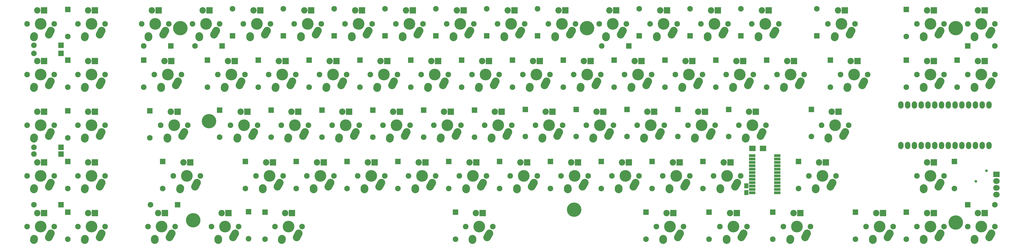
<source format=gbs>
G04 #@! TF.FileFunction,Soldermask,Bot*
%FSLAX46Y46*%
G04 Gerber Fmt 4.6, Leading zero omitted, Abs format (unit mm)*
G04 Created by KiCad (PCBNEW 4.0.2-stable) date Thursday, June 23, 2016 'PMt' 05:50:01 PM*
%MOMM*%
G01*
G04 APERTURE LIST*
%ADD10C,0.150000*%
%ADD11C,2.099260*%
%ADD12R,2.099260X2.099260*%
%ADD13C,5.400000*%
%ADD14O,2.000000X2.700000*%
%ADD15C,4.387810*%
%ADD16C,2.101810*%
%ADD17C,2.900000*%
%ADD18R,2.400000X2.400000*%
%ADD19C,2.400000*%
%ADD20R,2.400000X2.100000*%
%ADD21R,2.400000X1.000000*%
%ADD22R,1.650000X1.900000*%
%ADD23C,1.009600*%
%ADD24R,2.432000X2.127200*%
%ADD25O,2.432000X2.127200*%
G04 APERTURE END LIST*
D10*
D11*
X95885000Y-36830000D03*
D12*
X106045000Y-36830000D03*
D11*
X395605000Y-96520000D03*
D12*
X385445000Y-96520000D03*
D13*
X95250000Y-102393750D03*
D14*
X360426000Y-59055000D03*
X362966000Y-59055000D03*
X365506000Y-59055000D03*
X368046000Y-59055000D03*
X370586000Y-59055000D03*
X373126000Y-59055000D03*
X375666000Y-59055000D03*
X378206000Y-59055000D03*
X380746000Y-59055000D03*
X383286000Y-59055000D03*
X385826000Y-59055000D03*
X388366000Y-59055000D03*
X390906000Y-59055000D03*
X393446000Y-59055000D03*
X393446000Y-74295000D03*
X390906000Y-74295000D03*
X388366000Y-74295000D03*
X385826000Y-74295000D03*
X383286000Y-74295000D03*
X380746000Y-74295000D03*
X378206000Y-74295000D03*
X375666000Y-74295000D03*
X373126000Y-74295000D03*
X370586000Y-74295000D03*
X368046000Y-74295000D03*
X365506000Y-74295000D03*
X362966000Y-74295000D03*
X360426000Y-74295000D03*
D15*
X330993750Y-85725000D03*
D16*
X336073750Y-85725000D03*
X325913750Y-85725000D03*
D17*
X333993297Y-89724954D02*
X334804203Y-88265046D01*
X328454026Y-90804328D02*
X328493474Y-90225672D01*
D18*
X332263750Y-80645000D03*
D19*
X329723750Y-80645000D03*
D15*
X390525000Y-104775000D03*
D16*
X395605000Y-104775000D03*
X385445000Y-104775000D03*
D17*
X393524547Y-108774954D02*
X394335453Y-107315046D01*
X387985276Y-109854328D02*
X388024724Y-109275672D01*
D18*
X391795000Y-99695000D03*
D19*
X389255000Y-99695000D03*
D15*
X371475000Y-104775000D03*
D16*
X376555000Y-104775000D03*
X366395000Y-104775000D03*
D17*
X374474547Y-108774954D02*
X375285453Y-107315046D01*
X368935276Y-109854328D02*
X368974724Y-109275672D01*
D18*
X372745000Y-99695000D03*
D19*
X370205000Y-99695000D03*
D15*
X352425000Y-104775000D03*
D16*
X357505000Y-104775000D03*
X347345000Y-104775000D03*
D17*
X355424547Y-108774954D02*
X356235453Y-107315046D01*
X349885276Y-109854328D02*
X349924724Y-109275672D01*
D18*
X353695000Y-99695000D03*
D19*
X351155000Y-99695000D03*
D15*
X321468750Y-104775000D03*
D16*
X326548750Y-104775000D03*
X316388750Y-104775000D03*
D17*
X324468297Y-108774954D02*
X325279203Y-107315046D01*
X318929026Y-109854328D02*
X318968474Y-109275672D01*
D18*
X322738750Y-99695000D03*
D19*
X320198750Y-99695000D03*
D15*
X297656250Y-104775000D03*
D16*
X302736250Y-104775000D03*
X292576250Y-104775000D03*
D17*
X300655797Y-108774954D02*
X301466703Y-107315046D01*
X295116526Y-109854328D02*
X295155974Y-109275672D01*
D18*
X298926250Y-99695000D03*
D19*
X296386250Y-99695000D03*
D15*
X273843750Y-104775000D03*
D16*
X278923750Y-104775000D03*
X268763750Y-104775000D03*
D17*
X276843297Y-108774954D02*
X277654203Y-107315046D01*
X271304026Y-109854328D02*
X271343474Y-109275672D01*
D18*
X275113750Y-99695000D03*
D19*
X272573750Y-99695000D03*
D15*
X202406250Y-104775000D03*
D16*
X207486250Y-104775000D03*
X197326250Y-104775000D03*
D17*
X205405797Y-108774954D02*
X206216703Y-107315046D01*
X199866526Y-109854328D02*
X199905974Y-109275672D01*
D18*
X203676250Y-99695000D03*
D19*
X201136250Y-99695000D03*
D15*
X130968750Y-104775000D03*
D16*
X136048750Y-104775000D03*
X125888750Y-104775000D03*
D17*
X133968297Y-108774954D02*
X134779203Y-107315046D01*
X128429026Y-109854328D02*
X128468474Y-109275672D01*
D18*
X132238750Y-99695000D03*
D19*
X129698750Y-99695000D03*
D15*
X107156250Y-104775000D03*
D16*
X112236250Y-104775000D03*
X102076250Y-104775000D03*
D17*
X110155797Y-108774954D02*
X110966703Y-107315046D01*
X104616526Y-109854328D02*
X104655974Y-109275672D01*
D18*
X108426250Y-99695000D03*
D19*
X105886250Y-99695000D03*
D15*
X83343750Y-104775000D03*
D16*
X88423750Y-104775000D03*
X78263750Y-104775000D03*
D17*
X86343297Y-108774954D02*
X87154203Y-107315046D01*
X80804026Y-109854328D02*
X80843474Y-109275672D01*
D18*
X84613750Y-99695000D03*
D19*
X82073750Y-99695000D03*
D15*
X57150000Y-104775000D03*
D16*
X62230000Y-104775000D03*
X52070000Y-104775000D03*
D17*
X60149547Y-108774954D02*
X60960453Y-107315046D01*
X54610276Y-109854328D02*
X54649724Y-109275672D01*
D18*
X58420000Y-99695000D03*
D19*
X55880000Y-99695000D03*
D15*
X38100000Y-104775000D03*
D16*
X43180000Y-104775000D03*
X33020000Y-104775000D03*
D17*
X41099547Y-108774954D02*
X41910453Y-107315046D01*
X35560276Y-109854328D02*
X35599724Y-109275672D01*
D18*
X39370000Y-99695000D03*
D19*
X36830000Y-99695000D03*
D15*
X371475000Y-85725000D03*
D16*
X376555000Y-85725000D03*
X366395000Y-85725000D03*
D17*
X374474547Y-89724954D02*
X375285453Y-88265046D01*
X368935276Y-90804328D02*
X368974724Y-90225672D01*
D18*
X372745000Y-80645000D03*
D19*
X370205000Y-80645000D03*
D15*
X295275000Y-85725000D03*
D16*
X300355000Y-85725000D03*
X290195000Y-85725000D03*
D17*
X298274547Y-89724954D02*
X299085453Y-88265046D01*
X292735276Y-90804328D02*
X292774724Y-90225672D01*
D18*
X296545000Y-80645000D03*
D19*
X294005000Y-80645000D03*
D15*
X276225000Y-85725000D03*
D16*
X281305000Y-85725000D03*
X271145000Y-85725000D03*
D17*
X279224547Y-89724954D02*
X280035453Y-88265046D01*
X273685276Y-90804328D02*
X273724724Y-90225672D01*
D18*
X277495000Y-80645000D03*
D19*
X274955000Y-80645000D03*
D15*
X257175000Y-85725000D03*
D16*
X262255000Y-85725000D03*
X252095000Y-85725000D03*
D17*
X260174547Y-89724954D02*
X260985453Y-88265046D01*
X254635276Y-90804328D02*
X254674724Y-90225672D01*
D18*
X258445000Y-80645000D03*
D19*
X255905000Y-80645000D03*
D15*
X238125000Y-85725000D03*
D16*
X243205000Y-85725000D03*
X233045000Y-85725000D03*
D17*
X241124547Y-89724954D02*
X241935453Y-88265046D01*
X235585276Y-90804328D02*
X235624724Y-90225672D01*
D18*
X239395000Y-80645000D03*
D19*
X236855000Y-80645000D03*
D15*
X219075000Y-85725000D03*
D16*
X224155000Y-85725000D03*
X213995000Y-85725000D03*
D17*
X222074547Y-89724954D02*
X222885453Y-88265046D01*
X216535276Y-90804328D02*
X216574724Y-90225672D01*
D18*
X220345000Y-80645000D03*
D19*
X217805000Y-80645000D03*
D15*
X200025000Y-85725000D03*
D16*
X205105000Y-85725000D03*
X194945000Y-85725000D03*
D17*
X203024547Y-89724954D02*
X203835453Y-88265046D01*
X197485276Y-90804328D02*
X197524724Y-90225672D01*
D18*
X201295000Y-80645000D03*
D19*
X198755000Y-80645000D03*
D15*
X180975000Y-85725000D03*
D16*
X186055000Y-85725000D03*
X175895000Y-85725000D03*
D17*
X183974547Y-89724954D02*
X184785453Y-88265046D01*
X178435276Y-90804328D02*
X178474724Y-90225672D01*
D18*
X182245000Y-80645000D03*
D19*
X179705000Y-80645000D03*
D15*
X161925000Y-85725000D03*
D16*
X167005000Y-85725000D03*
X156845000Y-85725000D03*
D17*
X164924547Y-89724954D02*
X165735453Y-88265046D01*
X159385276Y-90804328D02*
X159424724Y-90225672D01*
D18*
X163195000Y-80645000D03*
D19*
X160655000Y-80645000D03*
D15*
X142875000Y-85725000D03*
D16*
X147955000Y-85725000D03*
X137795000Y-85725000D03*
D17*
X145874547Y-89724954D02*
X146685453Y-88265046D01*
X140335276Y-90804328D02*
X140374724Y-90225672D01*
D18*
X144145000Y-80645000D03*
D19*
X141605000Y-80645000D03*
D15*
X123825000Y-85725000D03*
D16*
X128905000Y-85725000D03*
X118745000Y-85725000D03*
D17*
X126824547Y-89724954D02*
X127635453Y-88265046D01*
X121285276Y-90804328D02*
X121324724Y-90225672D01*
D18*
X125095000Y-80645000D03*
D19*
X122555000Y-80645000D03*
D15*
X92868750Y-85725000D03*
D16*
X97948750Y-85725000D03*
X87788750Y-85725000D03*
D17*
X95868297Y-89724954D02*
X96679203Y-88265046D01*
X90329026Y-90804328D02*
X90368474Y-90225672D01*
D18*
X94138750Y-80645000D03*
D19*
X91598750Y-80645000D03*
D15*
X57150000Y-85725000D03*
D16*
X62230000Y-85725000D03*
X52070000Y-85725000D03*
D17*
X60149547Y-89724954D02*
X60960453Y-88265046D01*
X54610276Y-90804328D02*
X54649724Y-90225672D01*
D18*
X58420000Y-80645000D03*
D19*
X55880000Y-80645000D03*
D15*
X38100000Y-85725000D03*
D16*
X43180000Y-85725000D03*
X33020000Y-85725000D03*
D17*
X41099547Y-89724954D02*
X41910453Y-88265046D01*
X35560276Y-90804328D02*
X35599724Y-90225672D01*
D18*
X39370000Y-80645000D03*
D19*
X36830000Y-80645000D03*
D15*
X335756250Y-66675000D03*
D16*
X340836250Y-66675000D03*
X330676250Y-66675000D03*
D17*
X338755797Y-70674954D02*
X339566703Y-69215046D01*
X333216526Y-71754328D02*
X333255974Y-71175672D01*
D18*
X337026250Y-61595000D03*
D19*
X334486250Y-61595000D03*
D15*
X304800000Y-66675000D03*
D16*
X309880000Y-66675000D03*
X299720000Y-66675000D03*
D17*
X307799547Y-70674954D02*
X308610453Y-69215046D01*
X302260276Y-71754328D02*
X302299724Y-71175672D01*
D18*
X306070000Y-61595000D03*
D19*
X303530000Y-61595000D03*
D15*
X285750000Y-66675000D03*
D16*
X290830000Y-66675000D03*
X280670000Y-66675000D03*
D17*
X288749547Y-70674954D02*
X289560453Y-69215046D01*
X283210276Y-71754328D02*
X283249724Y-71175672D01*
D18*
X287020000Y-61595000D03*
D19*
X284480000Y-61595000D03*
D15*
X266700000Y-66675000D03*
D16*
X271780000Y-66675000D03*
X261620000Y-66675000D03*
D17*
X269699547Y-70674954D02*
X270510453Y-69215046D01*
X264160276Y-71754328D02*
X264199724Y-71175672D01*
D18*
X267970000Y-61595000D03*
D19*
X265430000Y-61595000D03*
D15*
X247650000Y-66675000D03*
D16*
X252730000Y-66675000D03*
X242570000Y-66675000D03*
D17*
X250649547Y-70674954D02*
X251460453Y-69215046D01*
X245110276Y-71754328D02*
X245149724Y-71175672D01*
D18*
X248920000Y-61595000D03*
D19*
X246380000Y-61595000D03*
D15*
X228600000Y-66675000D03*
D16*
X233680000Y-66675000D03*
X223520000Y-66675000D03*
D17*
X231599547Y-70674954D02*
X232410453Y-69215046D01*
X226060276Y-71754328D02*
X226099724Y-71175672D01*
D18*
X229870000Y-61595000D03*
D19*
X227330000Y-61595000D03*
D15*
X209550000Y-66675000D03*
D16*
X214630000Y-66675000D03*
X204470000Y-66675000D03*
D17*
X212549547Y-70674954D02*
X213360453Y-69215046D01*
X207010276Y-71754328D02*
X207049724Y-71175672D01*
D18*
X210820000Y-61595000D03*
D19*
X208280000Y-61595000D03*
D15*
X190500000Y-66675000D03*
D16*
X195580000Y-66675000D03*
X185420000Y-66675000D03*
D17*
X193499547Y-70674954D02*
X194310453Y-69215046D01*
X187960276Y-71754328D02*
X187999724Y-71175672D01*
D18*
X191770000Y-61595000D03*
D19*
X189230000Y-61595000D03*
D15*
X171450000Y-66675000D03*
D16*
X176530000Y-66675000D03*
X166370000Y-66675000D03*
D17*
X174449547Y-70674954D02*
X175260453Y-69215046D01*
X168910276Y-71754328D02*
X168949724Y-71175672D01*
D18*
X172720000Y-61595000D03*
D19*
X170180000Y-61595000D03*
D15*
X152400000Y-66675000D03*
D16*
X157480000Y-66675000D03*
X147320000Y-66675000D03*
D17*
X155399547Y-70674954D02*
X156210453Y-69215046D01*
X149860276Y-71754328D02*
X149899724Y-71175672D01*
D18*
X153670000Y-61595000D03*
D19*
X151130000Y-61595000D03*
D15*
X133350000Y-66675000D03*
D16*
X138430000Y-66675000D03*
X128270000Y-66675000D03*
D17*
X136349547Y-70674954D02*
X137160453Y-69215046D01*
X130810276Y-71754328D02*
X130849724Y-71175672D01*
D18*
X134620000Y-61595000D03*
D19*
X132080000Y-61595000D03*
D15*
X114300000Y-66675000D03*
D16*
X119380000Y-66675000D03*
X109220000Y-66675000D03*
D17*
X117299547Y-70674954D02*
X118110453Y-69215046D01*
X111760276Y-71754328D02*
X111799724Y-71175672D01*
D18*
X115570000Y-61595000D03*
D19*
X113030000Y-61595000D03*
D15*
X88106250Y-66675000D03*
D16*
X93186250Y-66675000D03*
X83026250Y-66675000D03*
D17*
X91105797Y-70674954D02*
X91916703Y-69215046D01*
X85566526Y-71754328D02*
X85605974Y-71175672D01*
D18*
X89376250Y-61595000D03*
D19*
X86836250Y-61595000D03*
D15*
X57150000Y-66675000D03*
D16*
X62230000Y-66675000D03*
X52070000Y-66675000D03*
D17*
X60149547Y-70674954D02*
X60960453Y-69215046D01*
X54610276Y-71754328D02*
X54649724Y-71175672D01*
D18*
X58420000Y-61595000D03*
D19*
X55880000Y-61595000D03*
D15*
X38100000Y-66675000D03*
D16*
X43180000Y-66675000D03*
X33020000Y-66675000D03*
D17*
X41099547Y-70674954D02*
X41910453Y-69215046D01*
X35560276Y-71754328D02*
X35599724Y-71175672D01*
D18*
X39370000Y-61595000D03*
D19*
X36830000Y-61595000D03*
D15*
X390525000Y-47625000D03*
D16*
X395605000Y-47625000D03*
X385445000Y-47625000D03*
D17*
X393524547Y-51624954D02*
X394335453Y-50165046D01*
X387985276Y-52704328D02*
X388024724Y-52125672D01*
D18*
X391795000Y-42545000D03*
D19*
X389255000Y-42545000D03*
D15*
X371475000Y-47625000D03*
D16*
X376555000Y-47625000D03*
X366395000Y-47625000D03*
D17*
X374474547Y-51624954D02*
X375285453Y-50165046D01*
X368935276Y-52704328D02*
X368974724Y-52125672D01*
D18*
X372745000Y-42545000D03*
D19*
X370205000Y-42545000D03*
D15*
X342900000Y-47625000D03*
D16*
X347980000Y-47625000D03*
X337820000Y-47625000D03*
D17*
X345899547Y-51624954D02*
X346710453Y-50165046D01*
X340360276Y-52704328D02*
X340399724Y-52125672D01*
D18*
X344170000Y-42545000D03*
D19*
X341630000Y-42545000D03*
D15*
X319087500Y-47625000D03*
D16*
X324167500Y-47625000D03*
X314007500Y-47625000D03*
D17*
X322087047Y-51624954D02*
X322897953Y-50165046D01*
X316547776Y-52704328D02*
X316587224Y-52125672D01*
D18*
X320357500Y-42545000D03*
D19*
X317817500Y-42545000D03*
D15*
X300037500Y-47625000D03*
D16*
X305117500Y-47625000D03*
X294957500Y-47625000D03*
D17*
X303037047Y-51624954D02*
X303847953Y-50165046D01*
X297497776Y-52704328D02*
X297537224Y-52125672D01*
D18*
X301307500Y-42545000D03*
D19*
X298767500Y-42545000D03*
D15*
X280987500Y-47625000D03*
D16*
X286067500Y-47625000D03*
X275907500Y-47625000D03*
D17*
X283987047Y-51624954D02*
X284797953Y-50165046D01*
X278447776Y-52704328D02*
X278487224Y-52125672D01*
D18*
X282257500Y-42545000D03*
D19*
X279717500Y-42545000D03*
D15*
X261937500Y-47625000D03*
D16*
X267017500Y-47625000D03*
X256857500Y-47625000D03*
D17*
X264937047Y-51624954D02*
X265747953Y-50165046D01*
X259397776Y-52704328D02*
X259437224Y-52125672D01*
D18*
X263207500Y-42545000D03*
D19*
X260667500Y-42545000D03*
D15*
X242887500Y-47625000D03*
D16*
X247967500Y-47625000D03*
X237807500Y-47625000D03*
D17*
X245887047Y-51624954D02*
X246697953Y-50165046D01*
X240347776Y-52704328D02*
X240387224Y-52125672D01*
D18*
X244157500Y-42545000D03*
D19*
X241617500Y-42545000D03*
D15*
X223837500Y-47625000D03*
D16*
X228917500Y-47625000D03*
X218757500Y-47625000D03*
D17*
X226837047Y-51624954D02*
X227647953Y-50165046D01*
X221297776Y-52704328D02*
X221337224Y-52125672D01*
D18*
X225107500Y-42545000D03*
D19*
X222567500Y-42545000D03*
D15*
X204787500Y-47625000D03*
D16*
X209867500Y-47625000D03*
X199707500Y-47625000D03*
D17*
X207787047Y-51624954D02*
X208597953Y-50165046D01*
X202247776Y-52704328D02*
X202287224Y-52125672D01*
D18*
X206057500Y-42545000D03*
D19*
X203517500Y-42545000D03*
D15*
X185737500Y-47625000D03*
D16*
X190817500Y-47625000D03*
X180657500Y-47625000D03*
D17*
X188737047Y-51624954D02*
X189547953Y-50165046D01*
X183197776Y-52704328D02*
X183237224Y-52125672D01*
D18*
X187007500Y-42545000D03*
D19*
X184467500Y-42545000D03*
D15*
X166687500Y-47625000D03*
D16*
X171767500Y-47625000D03*
X161607500Y-47625000D03*
D17*
X169687047Y-51624954D02*
X170497953Y-50165046D01*
X164147776Y-52704328D02*
X164187224Y-52125672D01*
D18*
X167957500Y-42545000D03*
D19*
X165417500Y-42545000D03*
D15*
X147637500Y-47625000D03*
D16*
X152717500Y-47625000D03*
X142557500Y-47625000D03*
D17*
X150637047Y-51624954D02*
X151447953Y-50165046D01*
X145097776Y-52704328D02*
X145137224Y-52125672D01*
D18*
X148907500Y-42545000D03*
D19*
X146367500Y-42545000D03*
D15*
X128587500Y-47625000D03*
D16*
X133667500Y-47625000D03*
X123507500Y-47625000D03*
D17*
X131587047Y-51624954D02*
X132397953Y-50165046D01*
X126047776Y-52704328D02*
X126087224Y-52125672D01*
D18*
X129857500Y-42545000D03*
D19*
X127317500Y-42545000D03*
D15*
X109537500Y-47625000D03*
D16*
X114617500Y-47625000D03*
X104457500Y-47625000D03*
D17*
X112537047Y-51624954D02*
X113347953Y-50165046D01*
X106997776Y-52704328D02*
X107037224Y-52125672D01*
D18*
X110807500Y-42545000D03*
D19*
X108267500Y-42545000D03*
D15*
X85725000Y-47625000D03*
D16*
X90805000Y-47625000D03*
X80645000Y-47625000D03*
D17*
X88724547Y-51624954D02*
X89535453Y-50165046D01*
X83185276Y-52704328D02*
X83224724Y-52125672D01*
D18*
X86995000Y-42545000D03*
D19*
X84455000Y-42545000D03*
D15*
X57150000Y-47625000D03*
D16*
X62230000Y-47625000D03*
X52070000Y-47625000D03*
D17*
X60149547Y-51624954D02*
X60960453Y-50165046D01*
X54610276Y-52704328D02*
X54649724Y-52125672D01*
D18*
X58420000Y-42545000D03*
D19*
X55880000Y-42545000D03*
D15*
X38100000Y-47625000D03*
D16*
X43180000Y-47625000D03*
X33020000Y-47625000D03*
D17*
X41099547Y-51624954D02*
X41910453Y-50165046D01*
X35560276Y-52704328D02*
X35599724Y-52125672D01*
D18*
X39370000Y-42545000D03*
D19*
X36830000Y-42545000D03*
D15*
X390525000Y-28575000D03*
D16*
X395605000Y-28575000D03*
X385445000Y-28575000D03*
D17*
X393524547Y-32574954D02*
X394335453Y-31115046D01*
X387985276Y-33654328D02*
X388024724Y-33075672D01*
D18*
X391795000Y-23495000D03*
D19*
X389255000Y-23495000D03*
D15*
X371475000Y-28575000D03*
D16*
X376555000Y-28575000D03*
X366395000Y-28575000D03*
D17*
X374474547Y-32574954D02*
X375285453Y-31115046D01*
X368935276Y-33654328D02*
X368974724Y-33075672D01*
D18*
X372745000Y-23495000D03*
D19*
X370205000Y-23495000D03*
D15*
X338137500Y-28575000D03*
D16*
X343217500Y-28575000D03*
X333057500Y-28575000D03*
D17*
X341137047Y-32574954D02*
X341947953Y-31115046D01*
X335597776Y-33654328D02*
X335637224Y-33075672D01*
D18*
X339407500Y-23495000D03*
D19*
X336867500Y-23495000D03*
D15*
X309562500Y-28575000D03*
D16*
X314642500Y-28575000D03*
X304482500Y-28575000D03*
D17*
X312562047Y-32574954D02*
X313372953Y-31115046D01*
X307022776Y-33654328D02*
X307062224Y-33075672D01*
D18*
X310832500Y-23495000D03*
D19*
X308292500Y-23495000D03*
D15*
X290512500Y-28575000D03*
D16*
X295592500Y-28575000D03*
X285432500Y-28575000D03*
D17*
X293512047Y-32574954D02*
X294322953Y-31115046D01*
X287972776Y-33654328D02*
X288012224Y-33075672D01*
D18*
X291782500Y-23495000D03*
D19*
X289242500Y-23495000D03*
D15*
X271462500Y-28575000D03*
D16*
X276542500Y-28575000D03*
X266382500Y-28575000D03*
D17*
X274462047Y-32574954D02*
X275272953Y-31115046D01*
X268922776Y-33654328D02*
X268962224Y-33075672D01*
D18*
X272732500Y-23495000D03*
D19*
X270192500Y-23495000D03*
D15*
X252412500Y-28575000D03*
D16*
X257492500Y-28575000D03*
X247332500Y-28575000D03*
D17*
X255412047Y-32574954D02*
X256222953Y-31115046D01*
X249872776Y-33654328D02*
X249912224Y-33075672D01*
D18*
X253682500Y-23495000D03*
D19*
X251142500Y-23495000D03*
D15*
X233362500Y-28575000D03*
D16*
X238442500Y-28575000D03*
X228282500Y-28575000D03*
D17*
X236362047Y-32574954D02*
X237172953Y-31115046D01*
X230822776Y-33654328D02*
X230862224Y-33075672D01*
D18*
X234632500Y-23495000D03*
D19*
X232092500Y-23495000D03*
D15*
X214312500Y-28575000D03*
D16*
X219392500Y-28575000D03*
X209232500Y-28575000D03*
D17*
X217312047Y-32574954D02*
X218122953Y-31115046D01*
X211772776Y-33654328D02*
X211812224Y-33075672D01*
D18*
X215582500Y-23495000D03*
D19*
X213042500Y-23495000D03*
D15*
X195262500Y-28575000D03*
D16*
X200342500Y-28575000D03*
X190182500Y-28575000D03*
D17*
X198262047Y-32574954D02*
X199072953Y-31115046D01*
X192722776Y-33654328D02*
X192762224Y-33075672D01*
D18*
X196532500Y-23495000D03*
D19*
X193992500Y-23495000D03*
D15*
X176212500Y-28575000D03*
D16*
X181292500Y-28575000D03*
X171132500Y-28575000D03*
D17*
X179212047Y-32574954D02*
X180022953Y-31115046D01*
X173672776Y-33654328D02*
X173712224Y-33075672D01*
D18*
X177482500Y-23495000D03*
D19*
X174942500Y-23495000D03*
D15*
X157162500Y-28575000D03*
D16*
X162242500Y-28575000D03*
X152082500Y-28575000D03*
D17*
X160162047Y-32574954D02*
X160972953Y-31115046D01*
X154622776Y-33654328D02*
X154662224Y-33075672D01*
D18*
X158432500Y-23495000D03*
D19*
X155892500Y-23495000D03*
D15*
X138112500Y-28575000D03*
D16*
X143192500Y-28575000D03*
X133032500Y-28575000D03*
D17*
X141112047Y-32574954D02*
X141922953Y-31115046D01*
X135572776Y-33654328D02*
X135612224Y-33075672D01*
D18*
X139382500Y-23495000D03*
D19*
X136842500Y-23495000D03*
D15*
X119062500Y-28575000D03*
D16*
X124142500Y-28575000D03*
X113982500Y-28575000D03*
D17*
X122062047Y-32574954D02*
X122872953Y-31115046D01*
X116522776Y-33654328D02*
X116562224Y-33075672D01*
D18*
X120332500Y-23495000D03*
D19*
X117792500Y-23495000D03*
D15*
X100012500Y-28575000D03*
D16*
X105092500Y-28575000D03*
X94932500Y-28575000D03*
D17*
X103012047Y-32574954D02*
X103822953Y-31115046D01*
X97472776Y-33654328D02*
X97512224Y-33075672D01*
D18*
X101282500Y-23495000D03*
D19*
X98742500Y-23495000D03*
D15*
X80962500Y-28575000D03*
D16*
X86042500Y-28575000D03*
X75882500Y-28575000D03*
D17*
X83962047Y-32574954D02*
X84772953Y-31115046D01*
X78422776Y-33654328D02*
X78462224Y-33075672D01*
D18*
X82232500Y-23495000D03*
D19*
X79692500Y-23495000D03*
D15*
X57150000Y-28575000D03*
D16*
X62230000Y-28575000D03*
X52070000Y-28575000D03*
D17*
X60149547Y-32574954D02*
X60960453Y-31115046D01*
X54610276Y-33654328D02*
X54649724Y-33075672D01*
D18*
X58420000Y-23495000D03*
D19*
X55880000Y-23495000D03*
D15*
X38100000Y-28575000D03*
D16*
X43180000Y-28575000D03*
X33020000Y-28575000D03*
D17*
X41099547Y-32574954D02*
X41910453Y-31115046D01*
X35560276Y-33654328D02*
X35599724Y-33075672D01*
D18*
X39370000Y-23495000D03*
D19*
X36830000Y-23495000D03*
D11*
X35559480Y-36578540D03*
D12*
X45719480Y-36578540D03*
D11*
X48262540Y-33274520D03*
D12*
X48262540Y-23114520D03*
D11*
X76707480Y-36832540D03*
D12*
X86867480Y-36832540D03*
D11*
X109982000Y-22860000D03*
D12*
X109982000Y-33020000D03*
D11*
X129032000Y-22860000D03*
D12*
X129032000Y-33020000D03*
D11*
X148082000Y-22860000D03*
D12*
X148082000Y-33020000D03*
D11*
X167132000Y-22860000D03*
D12*
X167132000Y-33020000D03*
D11*
X186182000Y-22860000D03*
D12*
X186182000Y-33020000D03*
D11*
X205232000Y-22860000D03*
D12*
X205232000Y-33020000D03*
D11*
X224282000Y-22860000D03*
D12*
X224282000Y-33020000D03*
D11*
X248285000Y-36830000D03*
D12*
X258445000Y-36830000D03*
D11*
X262382000Y-22860000D03*
D12*
X262382000Y-33020000D03*
D11*
X281432000Y-22860000D03*
D12*
X281432000Y-33020000D03*
D11*
X300482000Y-22860000D03*
D12*
X300482000Y-33020000D03*
D11*
X328930000Y-22860000D03*
D12*
X328930000Y-33020000D03*
D11*
X362460540Y-33274520D03*
D12*
X362460540Y-23114520D03*
D11*
X395605000Y-36830000D03*
D12*
X385445000Y-36830000D03*
D11*
X35559480Y-39626540D03*
D12*
X45719480Y-39626540D03*
D11*
X48262540Y-52324520D03*
D12*
X48262540Y-42164520D03*
D11*
X76710540Y-52324520D03*
D12*
X76710540Y-42164520D03*
D11*
X100586540Y-52324520D03*
D12*
X100586540Y-42164520D03*
D11*
X119636540Y-52324520D03*
D12*
X119636540Y-42164520D03*
D11*
X138686540Y-52324520D03*
D12*
X138686540Y-42164520D03*
D11*
X157736540Y-52324520D03*
D12*
X157736540Y-42164520D03*
D11*
X176786540Y-52324520D03*
D12*
X176786540Y-42164520D03*
D11*
X195836540Y-52324520D03*
D12*
X195836540Y-42164520D03*
D11*
X214886540Y-52324520D03*
D12*
X214886540Y-42164520D03*
D11*
X233936540Y-52324520D03*
D12*
X233936540Y-42164520D03*
D11*
X252986540Y-52324520D03*
D12*
X252986540Y-42164520D03*
D11*
X272036540Y-52324520D03*
D12*
X272036540Y-42164520D03*
D11*
X291086540Y-52324520D03*
D12*
X291086540Y-42164520D03*
D11*
X310136540Y-52324520D03*
D12*
X310136540Y-42164520D03*
D11*
X334012540Y-52324520D03*
D12*
X334012540Y-42164520D03*
D11*
X362460540Y-52324520D03*
D12*
X362460540Y-42164520D03*
D11*
X381510540Y-52324520D03*
D12*
X381510540Y-42164520D03*
D11*
X35559480Y-74932540D03*
D12*
X45719480Y-74932540D03*
D11*
X48262540Y-71374520D03*
D12*
X48262540Y-61214520D03*
D11*
X78996540Y-71374520D03*
D12*
X78996540Y-61214520D03*
D11*
X105158540Y-71120520D03*
D12*
X105158540Y-60960520D03*
D11*
X124462540Y-71120520D03*
D12*
X124462540Y-60960520D03*
D11*
X143512540Y-71120520D03*
D12*
X143512540Y-60960520D03*
D11*
X162562540Y-71120520D03*
D12*
X162562540Y-60960520D03*
D11*
X181612540Y-71120520D03*
D12*
X181612540Y-60960520D03*
D11*
X200662540Y-71120520D03*
D12*
X200662540Y-60960520D03*
D11*
X219712540Y-70866520D03*
D12*
X219712540Y-60706520D03*
D11*
X238762540Y-70866520D03*
D12*
X238762540Y-60706520D03*
D11*
X257812540Y-70866520D03*
D12*
X257812540Y-60706520D03*
D11*
X276862540Y-70866520D03*
D12*
X276862540Y-60706520D03*
D11*
X295912540Y-70866520D03*
D12*
X295912540Y-60706520D03*
D11*
X326900540Y-70866520D03*
D12*
X326900540Y-60706520D03*
D11*
X35559480Y-77472540D03*
D12*
X45719480Y-77472540D03*
D11*
X48262540Y-90424520D03*
D12*
X48262540Y-80264520D03*
D11*
X83822540Y-90424520D03*
D12*
X83822540Y-80264520D03*
D11*
X114810540Y-90424520D03*
D12*
X114810540Y-80264520D03*
D11*
X133860540Y-90424520D03*
D12*
X133860540Y-80264520D03*
D11*
X152910540Y-90424520D03*
D12*
X152910540Y-80264520D03*
D11*
X171960540Y-90424520D03*
D12*
X171960540Y-80264520D03*
D11*
X191010540Y-90424520D03*
D12*
X191010540Y-80264520D03*
D11*
X210060540Y-90424520D03*
D12*
X210060540Y-80264520D03*
D11*
X229110540Y-90424520D03*
D12*
X229110540Y-80264520D03*
D11*
X248160540Y-90424520D03*
D12*
X248160540Y-80264520D03*
D11*
X267210540Y-90424520D03*
D12*
X267210540Y-80264520D03*
D11*
X286260540Y-90424520D03*
D12*
X286260540Y-80264520D03*
D11*
X322074540Y-90424520D03*
D12*
X322074540Y-80264520D03*
D11*
X380494540Y-90424520D03*
D12*
X380494540Y-80264520D03*
D11*
X35559480Y-96522540D03*
D12*
X45719480Y-96522540D03*
D11*
X48262540Y-109474520D03*
D12*
X48262540Y-99314520D03*
D11*
X79247480Y-96522540D03*
D12*
X89407480Y-96522540D03*
D11*
X115951000Y-109347000D03*
D12*
X115951000Y-99187000D03*
D11*
X122176540Y-109474520D03*
D12*
X122176540Y-99314520D03*
D11*
X193550540Y-109474520D03*
D12*
X193550540Y-99314520D03*
D11*
X264924540Y-109474520D03*
D12*
X264924540Y-99314520D03*
D11*
X288546540Y-109474520D03*
D12*
X288546540Y-99314520D03*
D11*
X312422540Y-109474520D03*
D12*
X312422540Y-99314520D03*
D11*
X343410540Y-109474520D03*
D12*
X343410540Y-99314520D03*
D11*
X362460540Y-109474520D03*
D12*
X362460540Y-99314520D03*
D20*
X304768500Y-75374500D03*
X308768500Y-75374500D03*
D21*
X314120000Y-78105000D03*
X314120000Y-79375000D03*
X314120000Y-80645000D03*
X314120000Y-81915000D03*
X314120000Y-83185000D03*
X314120000Y-84455000D03*
X314120000Y-85725000D03*
X314120000Y-86995000D03*
X314120000Y-88265000D03*
X314120000Y-89535000D03*
X314120000Y-90805000D03*
X314120000Y-92075000D03*
X304720000Y-92075000D03*
X304720000Y-90805000D03*
X304720000Y-89535000D03*
X304720000Y-88265000D03*
X304720000Y-86995000D03*
X304720000Y-85725000D03*
X304720000Y-84455000D03*
X304720000Y-83185000D03*
X304720000Y-81915000D03*
X304720000Y-80645000D03*
X304720000Y-79375000D03*
X304720000Y-78105000D03*
D22*
X302450500Y-91928000D03*
X302450500Y-89428000D03*
D13*
X381000000Y-30162500D03*
X381000000Y-103187500D03*
X242824000Y-30162500D03*
X237998000Y-98425000D03*
X90424000Y-30162500D03*
X101142800Y-65087500D03*
D23*
X392525000Y-83725000D03*
X388525000Y-87725000D03*
D24*
X396240000Y-85090000D03*
D25*
X396240000Y-87630000D03*
X396240000Y-90170000D03*
X396240000Y-92710000D03*
M02*

</source>
